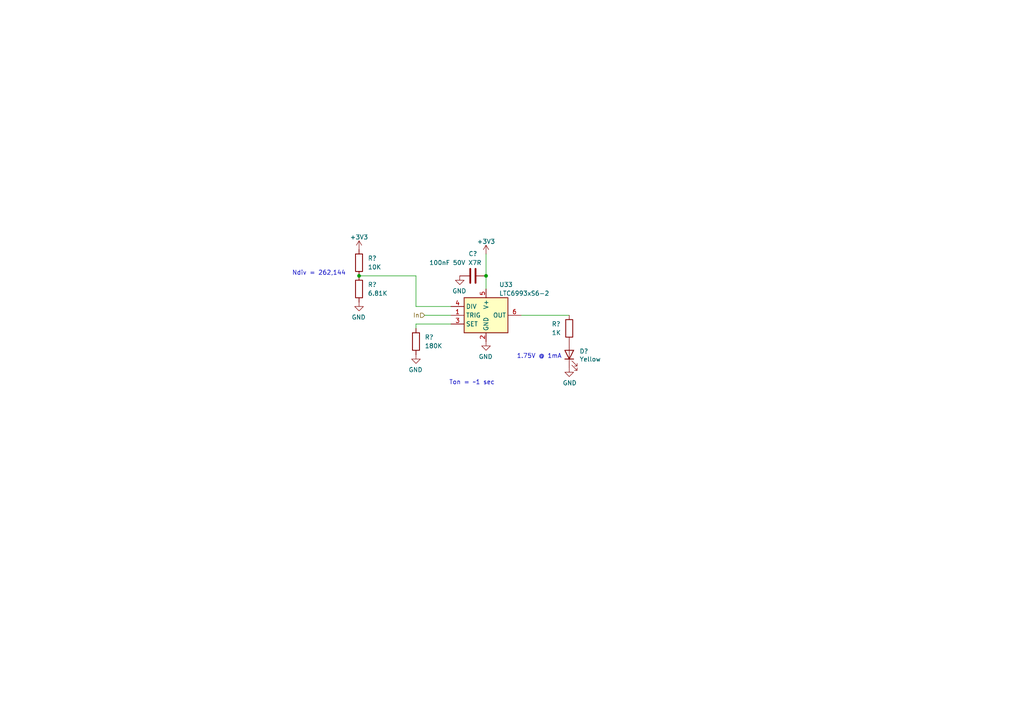
<source format=kicad_sch>
(kicad_sch (version 20211123) (generator eeschema)

  (uuid 4ec618ae-096f-4256-9328-005ee04f13d6)

  (paper "A4")

  (title_block
    (title "Activity Indicator")
  )

  (lib_symbols
    (symbol "Device:C" (pin_numbers hide) (pin_names (offset 0.254)) (in_bom yes) (on_board yes)
      (property "Reference" "C" (id 0) (at 0.635 2.54 0)
        (effects (font (size 1.27 1.27)) (justify left))
      )
      (property "Value" "C" (id 1) (at 0.635 -2.54 0)
        (effects (font (size 1.27 1.27)) (justify left))
      )
      (property "Footprint" "" (id 2) (at 0.9652 -3.81 0)
        (effects (font (size 1.27 1.27)) hide)
      )
      (property "Datasheet" "~" (id 3) (at 0 0 0)
        (effects (font (size 1.27 1.27)) hide)
      )
      (property "ki_keywords" "cap capacitor" (id 4) (at 0 0 0)
        (effects (font (size 1.27 1.27)) hide)
      )
      (property "ki_description" "Unpolarized capacitor" (id 5) (at 0 0 0)
        (effects (font (size 1.27 1.27)) hide)
      )
      (property "ki_fp_filters" "C_*" (id 6) (at 0 0 0)
        (effects (font (size 1.27 1.27)) hide)
      )
      (symbol "C_0_1"
        (polyline
          (pts
            (xy -2.032 -0.762)
            (xy 2.032 -0.762)
          )
          (stroke (width 0.508) (type default) (color 0 0 0 0))
          (fill (type none))
        )
        (polyline
          (pts
            (xy -2.032 0.762)
            (xy 2.032 0.762)
          )
          (stroke (width 0.508) (type default) (color 0 0 0 0))
          (fill (type none))
        )
      )
      (symbol "C_1_1"
        (pin passive line (at 0 3.81 270) (length 2.794)
          (name "~" (effects (font (size 1.27 1.27))))
          (number "1" (effects (font (size 1.27 1.27))))
        )
        (pin passive line (at 0 -3.81 90) (length 2.794)
          (name "~" (effects (font (size 1.27 1.27))))
          (number "2" (effects (font (size 1.27 1.27))))
        )
      )
    )
    (symbol "Device:LED" (pin_numbers hide) (pin_names (offset 1.016) hide) (in_bom yes) (on_board yes)
      (property "Reference" "D" (id 0) (at 0 2.54 0)
        (effects (font (size 1.27 1.27)))
      )
      (property "Value" "LED" (id 1) (at 0 -2.54 0)
        (effects (font (size 1.27 1.27)))
      )
      (property "Footprint" "" (id 2) (at 0 0 0)
        (effects (font (size 1.27 1.27)) hide)
      )
      (property "Datasheet" "~" (id 3) (at 0 0 0)
        (effects (font (size 1.27 1.27)) hide)
      )
      (property "ki_keywords" "LED diode" (id 4) (at 0 0 0)
        (effects (font (size 1.27 1.27)) hide)
      )
      (property "ki_description" "Light emitting diode" (id 5) (at 0 0 0)
        (effects (font (size 1.27 1.27)) hide)
      )
      (property "ki_fp_filters" "LED* LED_SMD:* LED_THT:*" (id 6) (at 0 0 0)
        (effects (font (size 1.27 1.27)) hide)
      )
      (symbol "LED_0_1"
        (polyline
          (pts
            (xy -1.27 -1.27)
            (xy -1.27 1.27)
          )
          (stroke (width 0.254) (type default) (color 0 0 0 0))
          (fill (type none))
        )
        (polyline
          (pts
            (xy -1.27 0)
            (xy 1.27 0)
          )
          (stroke (width 0) (type default) (color 0 0 0 0))
          (fill (type none))
        )
        (polyline
          (pts
            (xy 1.27 -1.27)
            (xy 1.27 1.27)
            (xy -1.27 0)
            (xy 1.27 -1.27)
          )
          (stroke (width 0.254) (type default) (color 0 0 0 0))
          (fill (type none))
        )
        (polyline
          (pts
            (xy -3.048 -0.762)
            (xy -4.572 -2.286)
            (xy -3.81 -2.286)
            (xy -4.572 -2.286)
            (xy -4.572 -1.524)
          )
          (stroke (width 0) (type default) (color 0 0 0 0))
          (fill (type none))
        )
        (polyline
          (pts
            (xy -1.778 -0.762)
            (xy -3.302 -2.286)
            (xy -2.54 -2.286)
            (xy -3.302 -2.286)
            (xy -3.302 -1.524)
          )
          (stroke (width 0) (type default) (color 0 0 0 0))
          (fill (type none))
        )
      )
      (symbol "LED_1_1"
        (pin passive line (at -3.81 0 0) (length 2.54)
          (name "K" (effects (font (size 1.27 1.27))))
          (number "1" (effects (font (size 1.27 1.27))))
        )
        (pin passive line (at 3.81 0 180) (length 2.54)
          (name "A" (effects (font (size 1.27 1.27))))
          (number "2" (effects (font (size 1.27 1.27))))
        )
      )
    )
    (symbol "Device:R" (pin_numbers hide) (pin_names (offset 0)) (in_bom yes) (on_board yes)
      (property "Reference" "R" (id 0) (at 2.032 0 90)
        (effects (font (size 1.27 1.27)))
      )
      (property "Value" "R" (id 1) (at 0 0 90)
        (effects (font (size 1.27 1.27)))
      )
      (property "Footprint" "" (id 2) (at -1.778 0 90)
        (effects (font (size 1.27 1.27)) hide)
      )
      (property "Datasheet" "~" (id 3) (at 0 0 0)
        (effects (font (size 1.27 1.27)) hide)
      )
      (property "ki_keywords" "R res resistor" (id 4) (at 0 0 0)
        (effects (font (size 1.27 1.27)) hide)
      )
      (property "ki_description" "Resistor" (id 5) (at 0 0 0)
        (effects (font (size 1.27 1.27)) hide)
      )
      (property "ki_fp_filters" "R_*" (id 6) (at 0 0 0)
        (effects (font (size 1.27 1.27)) hide)
      )
      (symbol "R_0_1"
        (rectangle (start -1.016 -2.54) (end 1.016 2.54)
          (stroke (width 0.254) (type default) (color 0 0 0 0))
          (fill (type none))
        )
      )
      (symbol "R_1_1"
        (pin passive line (at 0 3.81 270) (length 1.27)
          (name "~" (effects (font (size 1.27 1.27))))
          (number "1" (effects (font (size 1.27 1.27))))
        )
        (pin passive line (at 0 -3.81 90) (length 1.27)
          (name "~" (effects (font (size 1.27 1.27))))
          (number "2" (effects (font (size 1.27 1.27))))
        )
      )
    )
    (symbol "Timer:LTC6993xS6-1" (in_bom yes) (on_board yes)
      (property "Reference" "U" (id 0) (at -5.08 6.35 0)
        (effects (font (size 1.27 1.27)))
      )
      (property "Value" "LTC6993xS6-1" (id 1) (at 7.62 6.35 0)
        (effects (font (size 1.27 1.27)))
      )
      (property "Footprint" "Package_TO_SOT_SMD:TSOT-23-6" (id 2) (at 0 -10.16 0)
        (effects (font (size 1.27 1.27)) hide)
      )
      (property "Datasheet" "https://www.analog.com/media/en/technical-documentation/data-sheets/69931234fc.pdf" (id 3) (at 1.27 2.54 0)
        (effects (font (size 1.27 1.27)) hide)
      )
      (property "ki_keywords" "Timer TimerBlox monostable pulse" (id 4) (at 0 0 0)
        (effects (font (size 1.27 1.27)) hide)
      )
      (property "ki_description" "TimerBlox Monostable Pulse Generator (One Shot), Rising-edge input, non-retriggerable, TSOT-23-6" (id 5) (at 0 0 0)
        (effects (font (size 1.27 1.27)) hide)
      )
      (property "ki_fp_filters" "TSOT*23*" (id 6) (at 0 0 0)
        (effects (font (size 1.27 1.27)) hide)
      )
      (symbol "LTC6993xS6-1_0_1"
        (rectangle (start -6.35 5.08) (end 6.35 -5.08)
          (stroke (width 0.254) (type default) (color 0 0 0 0))
          (fill (type background))
        )
      )
      (symbol "LTC6993xS6-1_1_1"
        (pin input line (at -10.16 0 0) (length 3.81)
          (name "TRIG" (effects (font (size 1.27 1.27))))
          (number "1" (effects (font (size 1.27 1.27))))
        )
        (pin power_in line (at 0 -7.62 90) (length 2.54)
          (name "GND" (effects (font (size 1.27 1.27))))
          (number "2" (effects (font (size 1.27 1.27))))
        )
        (pin passive line (at -10.16 -2.54 0) (length 3.81)
          (name "SET" (effects (font (size 1.27 1.27))))
          (number "3" (effects (font (size 1.27 1.27))))
        )
        (pin input line (at -10.16 2.54 0) (length 3.81)
          (name "DIV" (effects (font (size 1.27 1.27))))
          (number "4" (effects (font (size 1.27 1.27))))
        )
        (pin power_in line (at 0 7.62 270) (length 2.54)
          (name "V+" (effects (font (size 1.27 1.27))))
          (number "5" (effects (font (size 1.27 1.27))))
        )
        (pin output line (at 10.16 0 180) (length 3.81)
          (name "OUT" (effects (font (size 1.27 1.27))))
          (number "6" (effects (font (size 1.27 1.27))))
        )
      )
    )
    (symbol "power:+3.3V" (power) (pin_names (offset 0)) (in_bom yes) (on_board yes)
      (property "Reference" "#PWR" (id 0) (at 0 -3.81 0)
        (effects (font (size 1.27 1.27)) hide)
      )
      (property "Value" "+3.3V" (id 1) (at 0 3.556 0)
        (effects (font (size 1.27 1.27)))
      )
      (property "Footprint" "" (id 2) (at 0 0 0)
        (effects (font (size 1.27 1.27)) hide)
      )
      (property "Datasheet" "" (id 3) (at 0 0 0)
        (effects (font (size 1.27 1.27)) hide)
      )
      (property "ki_keywords" "power-flag" (id 4) (at 0 0 0)
        (effects (font (size 1.27 1.27)) hide)
      )
      (property "ki_description" "Power symbol creates a global label with name \"+3.3V\"" (id 5) (at 0 0 0)
        (effects (font (size 1.27 1.27)) hide)
      )
      (symbol "+3.3V_0_1"
        (polyline
          (pts
            (xy -0.762 1.27)
            (xy 0 2.54)
          )
          (stroke (width 0) (type default) (color 0 0 0 0))
          (fill (type none))
        )
        (polyline
          (pts
            (xy 0 0)
            (xy 0 2.54)
          )
          (stroke (width 0) (type default) (color 0 0 0 0))
          (fill (type none))
        )
        (polyline
          (pts
            (xy 0 2.54)
            (xy 0.762 1.27)
          )
          (stroke (width 0) (type default) (color 0 0 0 0))
          (fill (type none))
        )
      )
      (symbol "+3.3V_1_1"
        (pin power_in line (at 0 0 90) (length 0) hide
          (name "+3V3" (effects (font (size 1.27 1.27))))
          (number "1" (effects (font (size 1.27 1.27))))
        )
      )
    )
    (symbol "power:GND" (power) (pin_names (offset 0)) (in_bom yes) (on_board yes)
      (property "Reference" "#PWR" (id 0) (at 0 -6.35 0)
        (effects (font (size 1.27 1.27)) hide)
      )
      (property "Value" "GND" (id 1) (at 0 -3.81 0)
        (effects (font (size 1.27 1.27)))
      )
      (property "Footprint" "" (id 2) (at 0 0 0)
        (effects (font (size 1.27 1.27)) hide)
      )
      (property "Datasheet" "" (id 3) (at 0 0 0)
        (effects (font (size 1.27 1.27)) hide)
      )
      (property "ki_keywords" "power-flag" (id 4) (at 0 0 0)
        (effects (font (size 1.27 1.27)) hide)
      )
      (property "ki_description" "Power symbol creates a global label with name \"GND\" , ground" (id 5) (at 0 0 0)
        (effects (font (size 1.27 1.27)) hide)
      )
      (symbol "GND_0_1"
        (polyline
          (pts
            (xy 0 0)
            (xy 0 -1.27)
            (xy 1.27 -1.27)
            (xy 0 -2.54)
            (xy -1.27 -1.27)
            (xy 0 -1.27)
          )
          (stroke (width 0) (type default) (color 0 0 0 0))
          (fill (type none))
        )
      )
      (symbol "GND_1_1"
        (pin power_in line (at 0 0 270) (length 0) hide
          (name "GND" (effects (font (size 1.27 1.27))))
          (number "1" (effects (font (size 1.27 1.27))))
        )
      )
    )
  )

  (junction (at 104.14 80.01) (diameter 0) (color 0 0 0 0)
    (uuid 18c61c95-8af1-4986-b67e-c7af9c15ab6b)
  )
  (junction (at 140.97 80.01) (diameter 0) (color 0 0 0 0)
    (uuid c9b9e62d-dede-4d1a-9a05-275614f8bdb2)
  )

  (wire (pts (xy 140.97 80.01) (xy 140.97 83.82))
    (stroke (width 0) (type default) (color 0 0 0 0))
    (uuid 0a1a4d88-972a-46ce-b25e-6cb796bd41f7)
  )
  (wire (pts (xy 120.65 93.98) (xy 130.81 93.98))
    (stroke (width 0) (type default) (color 0 0 0 0))
    (uuid 2b5a9ad3-7ec4-447d-916c-47adf5f9674f)
  )
  (wire (pts (xy 123.19 91.44) (xy 130.81 91.44))
    (stroke (width 0) (type default) (color 0 0 0 0))
    (uuid 3b686d17-1000-4762-ba31-589d599a3edf)
  )
  (wire (pts (xy 140.97 73.66) (xy 140.97 80.01))
    (stroke (width 0) (type default) (color 0 0 0 0))
    (uuid 4c843bdb-6c9e-40dd-85e2-0567846e18ba)
  )
  (wire (pts (xy 120.65 80.01) (xy 104.14 80.01))
    (stroke (width 0) (type default) (color 0 0 0 0))
    (uuid 4e27930e-1827-4788-aa6b-487321d46602)
  )
  (wire (pts (xy 151.13 91.44) (xy 165.1 91.44))
    (stroke (width 0) (type default) (color 0 0 0 0))
    (uuid 6513181c-0a6a-4560-9a18-17450c36ae2a)
  )
  (wire (pts (xy 120.65 88.9) (xy 120.65 80.01))
    (stroke (width 0) (type default) (color 0 0 0 0))
    (uuid 8cd050d6-228c-4da0-9533-b4f8d14cfb34)
  )
  (wire (pts (xy 130.81 88.9) (xy 120.65 88.9))
    (stroke (width 0) (type default) (color 0 0 0 0))
    (uuid bde95c06-433a-4c03-bc48-e3abcdb4e054)
  )
  (wire (pts (xy 120.65 95.25) (xy 120.65 93.98))
    (stroke (width 0) (type default) (color 0 0 0 0))
    (uuid c8a44971-63c1-4a19-879d-b6647b2dc08d)
  )

  (text "1.75V @ 1mA" (at 149.86 104.14 0)
    (effects (font (size 1.27 1.27)) (justify left bottom))
    (uuid 2878a73c-5447-4cd9-8194-14f52ab9459c)
  )
  (text "Ton = ~1 sec" (at 143.51 111.76 180)
    (effects (font (size 1.27 1.27)) (justify right bottom))
    (uuid b59f18ce-2e34-4b6e-b14d-8d73b8268179)
  )
  (text "Ndiv = 262,144" (at 100.33 80.01 180)
    (effects (font (size 1.27 1.27)) (justify right bottom))
    (uuid b7bf6e08-7978-4190-aff5-c90d967f0f9c)
  )

  (hierarchical_label "In" (shape input) (at 123.19 91.44 180)
    (effects (font (size 1.27 1.27)) (justify right))
    (uuid cebb9021-66d3-4116-98d4-5e6f3c1552be)
  )

  (symbol (lib_id "Timer:LTC6993xS6-1") (at 140.97 91.44 0)
    (in_bom yes) (on_board yes)
    (uuid 00000000-0000-0000-0000-0000657cdac4)
    (property "Reference" "U33" (id 0) (at 144.78 82.55 0)
      (effects (font (size 1.27 1.27)) (justify left))
    )
    (property "Value" "LTC6993xS6-2" (id 1) (at 144.78 85.09 0)
      (effects (font (size 1.27 1.27)) (justify left))
    )
    (property "Footprint" "Martinos_std:TSOT-23-6" (id 2) (at 140.97 101.6 0)
      (effects (font (size 1.27 1.27)) hide)
    )
    (property "Datasheet" "https://www.analog.com/media/en/technical-documentation/data-sheets/69931234fc.pdf" (id 3) (at 142.24 88.9 0)
      (effects (font (size 1.27 1.27)) hide)
    )
    (property "Manufacturer" "Analog Devices/Linear Technology" (id 4) (at 140.97 91.44 0)
      (effects (font (size 1.27 1.27)) hide)
    )
    (property "Part Number" "LTC6993CS6-2#TRMPBF" (id 5) (at 140.97 91.44 0)
      (effects (font (size 1.27 1.27)) hide)
    )
    (property "Manufacturer Alt." "Analog Devices/Linear Technology" (id 6) (at 140.97 91.44 0)
      (effects (font (size 1.27 1.27)) hide)
    )
    (property "Part Number Alt." "LTC6993IS6-2#TRMPBF" (id 7) (at 140.97 91.44 0)
      (effects (font (size 1.27 1.27)) hide)
    )
    (property "Type" "SMT" (id 8) (at 140.97 91.44 0)
      (effects (font (size 1.27 1.27)) hide)
    )
    (pin "1" (uuid a9cf954d-082c-4fa2-a8f7-0e8b82e95179))
    (pin "2" (uuid 6e1d1e59-1073-4fbf-923b-7b5d39d9ebe9))
    (pin "3" (uuid 5ac15b83-b069-4cce-8bdb-3acdaa5ff813))
    (pin "4" (uuid 4398047a-aead-4254-91ce-93fdcb72a4d5))
    (pin "5" (uuid 4da6845f-55b1-4c3f-852b-d9d811da09d6))
    (pin "6" (uuid 646eb608-8655-4892-b3d9-d0c69b132ad5))
  )

  (symbol (lib_id "power:GND") (at 140.97 99.06 0) (mirror y)
    (in_bom yes) (on_board yes)
    (uuid 00000000-0000-0000-0000-0000657d35db)
    (property "Reference" "#PWR0132" (id 0) (at 140.97 105.41 0)
      (effects (font (size 1.27 1.27)) hide)
    )
    (property "Value" "GND" (id 1) (at 140.843 103.4542 0))
    (property "Footprint" "" (id 2) (at 140.97 99.06 0)
      (effects (font (size 1.27 1.27)) hide)
    )
    (property "Datasheet" "" (id 3) (at 140.97 99.06 0)
      (effects (font (size 1.27 1.27)) hide)
    )
    (pin "1" (uuid 29eeaf52-5c5c-474e-9bf9-93b8570a7d73))
  )

  (symbol (lib_id "Device:C") (at 137.16 80.01 90)
    (in_bom yes) (on_board yes)
    (uuid 00000000-0000-0000-0000-0000657e3b39)
    (property "Reference" "C5" (id 0) (at 137.16 73.6092 90))
    (property "Value" "1uF 16V X7R" (id 1) (at 132.08 76.2 90))
    (property "Footprint" "Capacitor_SMD:C_0603_1608Metric" (id 2) (at 140.97 79.0448 0)
      (effects (font (size 1.27 1.27)) hide)
    )
    (property "Datasheet" "~" (id 3) (at 137.16 80.01 0)
      (effects (font (size 1.27 1.27)) hide)
    )
    (property "Type" "SMT" (id 4) (at 137.16 80.01 0)
      (effects (font (size 1.27 1.27)) hide)
    )
    (property "Manufacturer" "Kemet" (id 5) (at 137.16 80.01 0)
      (effects (font (size 1.27 1.27)) hide)
    )
    (property "Part Number" "C0603C105K4RACTU" (id 6) (at 137.16 80.01 0)
      (effects (font (size 1.27 1.27)) hide)
    )
    (pin "1" (uuid f7240be6-efd8-42d4-8f21-54861f1de715))
    (pin "2" (uuid 8a349ad4-c825-4e9b-8a78-7b8468a25c23))
  )

  (symbol (lib_id "power:GND") (at 133.35 80.01 0) (mirror y)
    (in_bom yes) (on_board yes)
    (uuid 00000000-0000-0000-0000-0000657e3cbf)
    (property "Reference" "#PWR0128" (id 0) (at 133.35 86.36 0)
      (effects (font (size 1.27 1.27)) hide)
    )
    (property "Value" "GND" (id 1) (at 133.223 84.4042 0))
    (property "Footprint" "" (id 2) (at 133.35 80.01 0)
      (effects (font (size 1.27 1.27)) hide)
    )
    (property "Datasheet" "" (id 3) (at 133.35 80.01 0)
      (effects (font (size 1.27 1.27)) hide)
    )
    (pin "1" (uuid 70a35105-d545-42a1-9a84-51322df082cf))
  )

  (symbol (lib_id "Device:R") (at 104.14 76.2 0)
    (in_bom yes) (on_board yes)
    (uuid 00000000-0000-0000-0000-0000657e9778)
    (property "Reference" "R7" (id 0) (at 106.68 74.93 0)
      (effects (font (size 1.27 1.27)) (justify left))
    )
    (property "Value" "10K" (id 1) (at 106.68 77.47 0)
      (effects (font (size 1.27 1.27)) (justify left))
    )
    (property "Footprint" "Resistor_SMD:R_0805_2012Metric" (id 2) (at 102.362 76.2 90)
      (effects (font (size 1.27 1.27)) hide)
    )
    (property "Datasheet" "~" (id 3) (at 104.14 76.2 0)
      (effects (font (size 1.27 1.27)) hide)
    )
    (property "Manufacturer" "KOA Speer" (id 4) (at 104.14 76.2 0)
      (effects (font (size 1.27 1.27)) hide)
    )
    (property "Notes" "Can substitute generic resistor with same package, value, 1% tolerance" (id 5) (at 104.14 76.2 0)
      (effects (font (size 1.27 1.27)) hide)
    )
    (property "Part Number" "RK73H2ATTD1002F" (id 6) (at 104.14 76.2 0)
      (effects (font (size 1.27 1.27)) hide)
    )
    (property "Type" "SMT" (id 7) (at 104.14 76.2 0)
      (effects (font (size 1.27 1.27)) hide)
    )
    (pin "1" (uuid 5847a28c-6e9c-40d6-80fc-1bdb35f9a145))
    (pin "2" (uuid 06ee2874-4b82-4b55-b016-c85a75ade34d))
  )

  (symbol (lib_id "Device:R") (at 104.14 83.82 0)
    (in_bom yes) (on_board yes)
    (uuid 00000000-0000-0000-0000-0000657eaf43)
    (property "Reference" "R8" (id 0) (at 106.68 82.55 0)
      (effects (font (size 1.27 1.27)) (justify left))
    )
    (property "Value" "6.81K" (id 1) (at 106.68 85.09 0)
      (effects (font (size 1.27 1.27)) (justify left))
    )
    (property "Footprint" "Resistor_SMD:R_0805_2012Metric" (id 2) (at 102.362 83.82 90)
      (effects (font (size 1.27 1.27)) hide)
    )
    (property "Datasheet" "~" (id 3) (at 104.14 83.82 0)
      (effects (font (size 1.27 1.27)) hide)
    )
    (property "Manufacturer" "KOA Speer" (id 4) (at 104.14 83.82 0)
      (effects (font (size 1.27 1.27)) hide)
    )
    (property "Notes" "Can substitute generic resistor with same package, value, 1% tolerance" (id 5) (at 104.14 83.82 0)
      (effects (font (size 1.27 1.27)) hide)
    )
    (property "Part Number" "RK73H2ATTD6811F" (id 6) (at 104.14 83.82 0)
      (effects (font (size 1.27 1.27)) hide)
    )
    (property "Type" "SMT" (id 7) (at 104.14 83.82 0)
      (effects (font (size 1.27 1.27)) hide)
    )
    (pin "1" (uuid 3b4fd3af-759b-44fe-981e-d2e9189b8897))
    (pin "2" (uuid ed4dfe17-06e4-4fbb-84d7-054cab079014))
  )

  (symbol (lib_id "power:GND") (at 104.14 87.63 0) (mirror y)
    (in_bom yes) (on_board yes)
    (uuid 00000000-0000-0000-0000-0000657eb52d)
    (property "Reference" "#PWR0130" (id 0) (at 104.14 93.98 0)
      (effects (font (size 1.27 1.27)) hide)
    )
    (property "Value" "GND" (id 1) (at 104.013 92.0242 0))
    (property "Footprint" "" (id 2) (at 104.14 87.63 0)
      (effects (font (size 1.27 1.27)) hide)
    )
    (property "Datasheet" "" (id 3) (at 104.14 87.63 0)
      (effects (font (size 1.27 1.27)) hide)
    )
    (pin "1" (uuid 9507a60d-45cc-49a0-b125-afb9d04ddc32))
  )

  (symbol (lib_id "Device:LED") (at 165.1 102.87 90)
    (in_bom yes) (on_board yes)
    (uuid 00000000-0000-0000-0000-0000657fecd2)
    (property "Reference" "D3" (id 0) (at 168.0718 101.8794 90)
      (effects (font (size 1.27 1.27)) (justify right))
    )
    (property "Value" "Yellow" (id 1) (at 168.0718 104.1908 90)
      (effects (font (size 1.27 1.27)) (justify right))
    )
    (property "Footprint" "Martinos_std:LED_0805_2012Metric" (id 2) (at 165.1 102.87 0)
      (effects (font (size 1.27 1.27)) hide)
    )
    (property "Datasheet" "" (id 3) (at 165.1 102.87 0)
      (effects (font (size 1.27 1.27)) hide)
    )
    (property "Manufacturer" "Lite-On" (id 4) (at 165.1 102.87 90)
      (effects (font (size 1.27 1.27)) hide)
    )
    (property "Part Number" "LTST-C170KSKT" (id 5) (at 165.1 102.87 90)
      (effects (font (size 1.27 1.27)) hide)
    )
    (property "Type" "SMT" (id 6) (at 165.1 102.87 0)
      (effects (font (size 1.27 1.27)) hide)
    )
    (pin "1" (uuid 4c948936-5cf5-4724-8bae-d406483597f4))
    (pin "2" (uuid 4e1e4056-bdea-443a-a4bc-23adfcd1398a))
  )

  (symbol (lib_id "power:GND") (at 165.1 106.68 0)
    (in_bom yes) (on_board yes)
    (uuid 00000000-0000-0000-0000-0000657fecd9)
    (property "Reference" "#PWR0133" (id 0) (at 165.1 113.03 0)
      (effects (font (size 1.27 1.27)) hide)
    )
    (property "Value" "GND" (id 1) (at 165.227 111.0742 0))
    (property "Footprint" "" (id 2) (at 165.1 106.68 0)
      (effects (font (size 1.27 1.27)) hide)
    )
    (property "Datasheet" "" (id 3) (at 165.1 106.68 0)
      (effects (font (size 1.27 1.27)) hide)
    )
    (pin "1" (uuid 63e4bba7-f477-4ee7-aa09-7baea7521d11))
  )

  (symbol (lib_id "Device:R") (at 165.1 95.25 0)
    (in_bom yes) (on_board yes)
    (uuid 00000000-0000-0000-0000-0000657fece1)
    (property "Reference" "R10" (id 0) (at 160.02 93.98 0)
      (effects (font (size 1.27 1.27)) (justify left))
    )
    (property "Value" "1K" (id 1) (at 160.02 96.52 0)
      (effects (font (size 1.27 1.27)) (justify left))
    )
    (property "Footprint" "Resistor_SMD:R_0805_2012Metric" (id 2) (at 163.322 95.25 90)
      (effects (font (size 1.27 1.27)) hide)
    )
    (property "Datasheet" "~" (id 3) (at 165.1 95.25 0)
      (effects (font (size 1.27 1.27)) hide)
    )
    (property "Manufacturer" "KOA Speer" (id 4) (at 165.1 95.25 0)
      (effects (font (size 1.27 1.27)) hide)
    )
    (property "Part Number" "RK73H2ATTD1001F" (id 5) (at 165.1 95.25 0)
      (effects (font (size 1.27 1.27)) hide)
    )
    (property "Notes" "Can substitute generic resistor with same package, value, 1% tolerance" (id 6) (at 165.1 95.25 0)
      (effects (font (size 1.27 1.27)) hide)
    )
    (property "Type" "SMT" (id 7) (at 165.1 95.25 0)
      (effects (font (size 1.27 1.27)) hide)
    )
    (pin "1" (uuid c2772525-c5fa-4432-be9b-d53e2023ace3))
    (pin "2" (uuid 6102e9b2-d790-4579-8625-186bfd8244c8))
  )

  (symbol (lib_id "Device:R") (at 120.65 99.06 0)
    (in_bom yes) (on_board yes)
    (uuid 00000000-0000-0000-0000-0000658003ba)
    (property "Reference" "R9" (id 0) (at 123.19 97.79 0)
      (effects (font (size 1.27 1.27)) (justify left))
    )
    (property "Value" "180K" (id 1) (at 123.19 100.33 0)
      (effects (font (size 1.27 1.27)) (justify left))
    )
    (property "Footprint" "Resistor_SMD:R_0805_2012Metric" (id 2) (at 118.872 99.06 90)
      (effects (font (size 1.27 1.27)) hide)
    )
    (property "Datasheet" "~" (id 3) (at 120.65 99.06 0)
      (effects (font (size 1.27 1.27)) hide)
    )
    (property "Manufacturer" "KOA Speer" (id 4) (at 120.65 99.06 0)
      (effects (font (size 1.27 1.27)) hide)
    )
    (property "Notes" "Can substitute generic resistor with same package, value, 1% tolerance" (id 5) (at 120.65 99.06 0)
      (effects (font (size 1.27 1.27)) hide)
    )
    (property "Part Number" "RK73H2ATTD1802F" (id 6) (at 120.65 99.06 0)
      (effects (font (size 1.27 1.27)) hide)
    )
    (property "Type" "SMT" (id 7) (at 120.65 99.06 0)
      (effects (font (size 1.27 1.27)) hide)
    )
    (pin "1" (uuid 3ea45e28-aa10-4b97-8d16-c3155f0b65ec))
    (pin "2" (uuid 08af2bdd-3ae2-44a1-bf78-f2c6d296d24f))
  )

  (symbol (lib_id "power:GND") (at 120.65 102.87 0) (mirror y)
    (in_bom yes) (on_board yes)
    (uuid 00000000-0000-0000-0000-000065800e2c)
    (property "Reference" "#PWR0127" (id 0) (at 120.65 109.22 0)
      (effects (font (size 1.27 1.27)) hide)
    )
    (property "Value" "GND" (id 1) (at 120.523 107.2642 0))
    (property "Footprint" "" (id 2) (at 120.65 102.87 0)
      (effects (font (size 1.27 1.27)) hide)
    )
    (property "Datasheet" "" (id 3) (at 120.65 102.87 0)
      (effects (font (size 1.27 1.27)) hide)
    )
    (pin "1" (uuid 0d78641b-edc7-4450-a48f-bfe8a3b1ad84))
  )

  (symbol (lib_id "power:+3.3V") (at 104.14 72.39 0)
    (in_bom yes) (on_board yes) (fields_autoplaced)
    (uuid 883de560-3b97-4d1d-81e2-f93a8310f738)
    (property "Reference" "#PWR0131" (id 0) (at 104.14 76.2 0)
      (effects (font (size 1.27 1.27)) hide)
    )
    (property "Value" "+3.3V" (id 1) (at 104.14 68.7855 0))
    (property "Footprint" "" (id 2) (at 104.14 72.39 0)
      (effects (font (size 1.27 1.27)) hide)
    )
    (property "Datasheet" "" (id 3) (at 104.14 72.39 0)
      (effects (font (size 1.27 1.27)) hide)
    )
    (pin "1" (uuid 30610c25-a55a-4805-844f-2f072e7afde0))
  )

  (symbol (lib_id "power:+3.3V") (at 140.97 73.66 0)
    (in_bom yes) (on_board yes) (fields_autoplaced)
    (uuid fe2149e7-4e91-47fb-a211-d1f5cf307632)
    (property "Reference" "#PWR0129" (id 0) (at 140.97 77.47 0)
      (effects (font (size 1.27 1.27)) hide)
    )
    (property "Value" "+3.3V" (id 1) (at 140.97 70.0555 0))
    (property "Footprint" "" (id 2) (at 140.97 73.66 0)
      (effects (font (size 1.27 1.27)) hide)
    )
    (property "Datasheet" "" (id 3) (at 140.97 73.66 0)
      (effects (font (size 1.27 1.27)) hide)
    )
    (pin "1" (uuid a08e1115-1299-4801-b8b9-815c75b7f358))
  )

  (sheet_instances
    (path "/" (page "1"))
  )

  (symbol_instances
    (path "/00000000-0000-0000-0000-0000657e3b40"
      (reference "#PWR0433") (unit 1) (value "+3.3V") (footprint "")
    )
    (path "/00000000-0000-0000-0000-0000657eb89d"
      (reference "#PWR0436") (unit 1) (value "+3.3V") (footprint "")
    )
    (path "/00000000-0000-0000-0000-0000657d35db"
      (reference "#PWR?") (unit 1) (value "GND") (footprint "")
    )
    (path "/00000000-0000-0000-0000-0000657e3cbf"
      (reference "#PWR?") (unit 1) (value "GND") (footprint "")
    )
    (path "/00000000-0000-0000-0000-0000657eb52d"
      (reference "#PWR?") (unit 1) (value "GND") (footprint "")
    )
    (path "/00000000-0000-0000-0000-0000657fecd9"
      (reference "#PWR?") (unit 1) (value "GND") (footprint "")
    )
    (path "/00000000-0000-0000-0000-000065800e2c"
      (reference "#PWR?") (unit 1) (value "GND") (footprint "")
    )
    (path "/00000000-0000-0000-0000-0000657e3b39"
      (reference "C?") (unit 1) (value "100nF 50V X7R") (footprint "Capacitor_SMD:C_0603_1608Metric")
    )
    (path "/00000000-0000-0000-0000-0000657fecd2"
      (reference "D?") (unit 1) (value "Yellow") (footprint "LED_SMD:LED_0805_2012Metric")
    )
    (path "/00000000-0000-0000-0000-0000657e9778"
      (reference "R?") (unit 1) (value "10K") (footprint "Resistor_SMD:R_0805_2012Metric")
    )
    (path "/00000000-0000-0000-0000-0000657eaf43"
      (reference "R?") (unit 1) (value "6.81K") (footprint "Resistor_SMD:R_0805_2012Metric")
    )
    (path "/00000000-0000-0000-0000-0000657fece1"
      (reference "R?") (unit 1) (value "1K") (footprint "Resistor_SMD:R_0805_2012Metric")
    )
    (path "/00000000-0000-0000-0000-0000658003ba"
      (reference "R?") (unit 1) (value "180K") (footprint "Resistor_SMD:R_0805_2012Metric")
    )
    (path "/00000000-0000-0000-0000-0000657cdac4"
      (reference "U33") (unit 1) (value "LTC6993xS6-2") (footprint "Martinos_std:TSOT-23-6")
    )
  )
)

</source>
